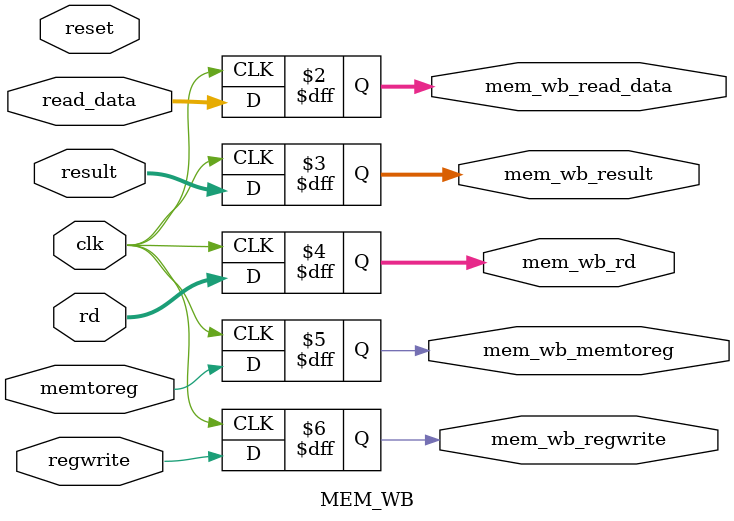
<source format=v>
`timescale 1ns / 1ps


module MEM_WB(
input clk,reset,
  input [63:0] read_data,
  input [63:0] result, //ALU Result
  input [4:0] rd,
  input memtoreg, regwrite, //ex mem output as mem wb inputs
  output reg [63:0] mem_wb_read_data, 
  output reg [63:0] mem_wb_result,
  output reg [4:0] mem_wb_rd,
  output reg mem_wb_memtoreg, mem_wb_regwrite
);
  
  always @(posedge clk)begin
         mem_wb_read_data = read_data;
          mem_wb_result = result;
          mem_wb_rd = rd;
          mem_wb_memtoreg = memtoreg;
          mem_wb_regwrite = regwrite;
    end
endmodule

</source>
